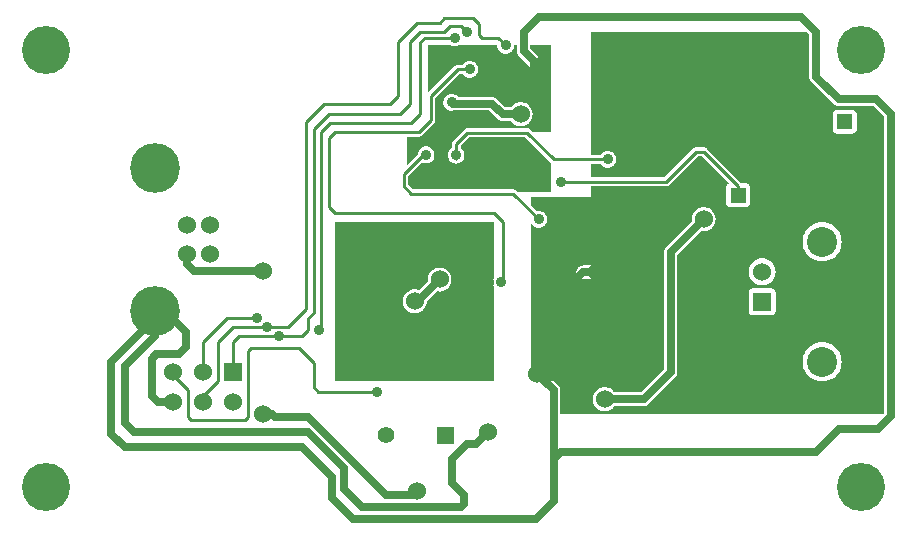
<source format=gbr>
G04 start of page 3 for group 1 idx 1 *
G04 Title: (unknown), bottom *
G04 Creator: pcb 1.99z *
G04 CreationDate: Thu 26 Sep 2013 01:10:09 AM GMT UTC *
G04 For: commonadmin *
G04 Format: Gerber/RS-274X *
G04 PCB-Dimensions: 600000 500000 *
G04 PCB-Coordinate-Origin: lower left *
%MOIN*%
%FSLAX25Y25*%
%LNBOTTOM*%
%ADD54C,0.0380*%
%ADD53C,0.0905*%
%ADD52C,0.0280*%
%ADD51C,0.0300*%
%ADD50C,0.0810*%
%ADD49C,0.1190*%
%ADD48C,0.0200*%
%ADD47C,0.0350*%
%ADD46C,0.1600*%
%ADD45C,0.0360*%
%ADD44C,0.0550*%
%ADD43C,0.1660*%
%ADD42C,0.1000*%
%ADD41C,0.0600*%
%ADD40C,0.0500*%
%ADD39C,0.0250*%
%ADD38C,0.0100*%
%ADD37C,0.0001*%
G54D37*G36*
X142836Y104000D02*X165000D01*
Y85161D01*
X164958Y85081D01*
X164930Y85007D01*
X164914Y84929D01*
X164911Y84850D01*
X164920Y84772D01*
X164941Y84696D01*
X164974Y84624D01*
X165000Y84585D01*
Y83212D01*
X164976Y83175D01*
X164943Y83103D01*
X164922Y83028D01*
X164913Y82949D01*
X164916Y82871D01*
X164932Y82794D01*
X164961Y82721D01*
X165000Y82642D01*
Y51000D01*
X142836D01*
Y77554D01*
X146249Y80967D01*
X146372Y80937D01*
X147000Y80888D01*
X147628Y80937D01*
X148240Y81084D01*
X148822Y81325D01*
X149358Y81654D01*
X149837Y82063D01*
X150246Y82542D01*
X150575Y83078D01*
X150816Y83660D01*
X150963Y84272D01*
X151000Y84900D01*
X150963Y85528D01*
X150816Y86140D01*
X150575Y86722D01*
X150246Y87258D01*
X149837Y87737D01*
X149358Y88146D01*
X148822Y88475D01*
X148240Y88716D01*
X147628Y88863D01*
X147000Y88912D01*
X146372Y88863D01*
X145760Y88716D01*
X145178Y88475D01*
X144642Y88146D01*
X144163Y87737D01*
X143754Y87258D01*
X143425Y86722D01*
X143184Y86140D01*
X143037Y85528D01*
X142988Y84900D01*
X143037Y84272D01*
X143067Y84149D01*
X142836Y83918D01*
Y104000D01*
G37*
G36*
X112000D02*X142836D01*
Y83918D01*
X140248Y81330D01*
X139925Y81464D01*
X139313Y81611D01*
X138685Y81660D01*
X138057Y81611D01*
X137445Y81464D01*
X136863Y81223D01*
X136327Y80894D01*
X135848Y80485D01*
X135439Y80006D01*
X135110Y79470D01*
X134869Y78888D01*
X134722Y78276D01*
X134673Y77648D01*
X134722Y77020D01*
X134869Y76408D01*
X135110Y75826D01*
X135439Y75290D01*
X135848Y74811D01*
X136327Y74402D01*
X136863Y74073D01*
X137445Y73832D01*
X138057Y73685D01*
X138685Y73636D01*
X139313Y73685D01*
X139925Y73832D01*
X140507Y74073D01*
X141043Y74402D01*
X141522Y74811D01*
X141931Y75290D01*
X142260Y75826D01*
X142501Y76408D01*
X142648Y77020D01*
X142670Y77388D01*
X142836Y77554D01*
Y51000D01*
X112000D01*
Y104000D01*
G37*
G36*
X163096Y163000D02*X166199D01*
X166191Y162900D01*
X166226Y162461D01*
X166329Y162032D01*
X166497Y161625D01*
X166728Y161249D01*
X167014Y160914D01*
X167349Y160628D01*
X167725Y160397D01*
X168132Y160229D01*
X168561Y160126D01*
X169000Y160091D01*
X169439Y160126D01*
X169868Y160229D01*
X170275Y160397D01*
X170651Y160628D01*
X170986Y160914D01*
X171272Y161249D01*
X171503Y161625D01*
X171671Y162032D01*
X171774Y162461D01*
X171800Y162900D01*
X171794Y163000D01*
X172750D01*
Y161088D01*
X172743Y161000D01*
X172771Y160647D01*
X172854Y160303D01*
X172989Y159975D01*
X173174Y159673D01*
X173174Y159673D01*
X173404Y159404D01*
X173471Y159347D01*
X178409Y154409D01*
X178673Y154174D01*
X178975Y153989D01*
X179303Y153854D01*
X179647Y153771D01*
X180000Y153743D01*
X180353Y153771D01*
X180697Y153854D01*
X181025Y153989D01*
X181327Y154174D01*
X181596Y154404D01*
X181826Y154673D01*
X182011Y154975D01*
X182146Y155303D01*
X182229Y155647D01*
X182257Y156000D01*
X182229Y156353D01*
X182146Y156697D01*
X182011Y157025D01*
X181826Y157327D01*
X181591Y157591D01*
X177250Y161932D01*
Y163000D01*
X184000D01*
Y134000D01*
X178121D01*
X177302Y134819D01*
X177264Y134864D01*
X177084Y135017D01*
X176883Y135141D01*
X176665Y135231D01*
X176435Y135286D01*
X176200Y135305D01*
X176141Y135300D01*
X163096D01*
Y141250D01*
X163568D01*
X166347Y138471D01*
X166404Y138404D01*
X166673Y138174D01*
X166673Y138174D01*
X166861Y138059D01*
X166975Y137989D01*
X167303Y137854D01*
X167647Y137771D01*
X167647D01*
X168000Y137743D01*
X168088Y137750D01*
X170688D01*
X170754Y137642D01*
X171163Y137163D01*
X171642Y136754D01*
X172178Y136425D01*
X172760Y136184D01*
X173372Y136037D01*
X174000Y135988D01*
X174628Y136037D01*
X175240Y136184D01*
X175822Y136425D01*
X176358Y136754D01*
X176837Y137163D01*
X177246Y137642D01*
X177575Y138178D01*
X177816Y138760D01*
X177963Y139372D01*
X178000Y140000D01*
X177963Y140628D01*
X177816Y141240D01*
X177575Y141822D01*
X177246Y142358D01*
X176837Y142837D01*
X176358Y143246D01*
X175822Y143575D01*
X175240Y143816D01*
X174628Y143963D01*
X174000Y144012D01*
X173372Y143963D01*
X172760Y143816D01*
X172178Y143575D01*
X171642Y143246D01*
X171163Y142837D01*
X170754Y142358D01*
X170688Y142250D01*
X168932D01*
X166153Y145029D01*
X166096Y145096D01*
X165827Y145326D01*
X165827Y145326D01*
X165712Y145396D01*
X165525Y145511D01*
X165293Y145607D01*
X165197Y145646D01*
X164853Y145729D01*
X164500Y145757D01*
X164412Y145750D01*
X163096D01*
Y163000D01*
G37*
G36*
X143000D02*X150558D01*
X150725Y162897D01*
X151132Y162729D01*
X151561Y162626D01*
X152000Y162591D01*
X152439Y162626D01*
X152868Y162729D01*
X153275Y162897D01*
X153442Y163000D01*
X163096D01*
Y145750D01*
X153188D01*
X152986Y145986D01*
X152651Y146272D01*
X152275Y146503D01*
X151868Y146671D01*
X151439Y146774D01*
X151000Y146809D01*
X150561Y146774D01*
X150132Y146671D01*
X149725Y146503D01*
X149349Y146272D01*
X149014Y145986D01*
X148728Y145651D01*
X148497Y145275D01*
X148329Y144868D01*
X148226Y144439D01*
X148191Y144000D01*
X148226Y143561D01*
X148329Y143132D01*
X148497Y142725D01*
X148728Y142349D01*
X149014Y142014D01*
X149349Y141728D01*
X149725Y141497D01*
X150132Y141329D01*
X150561Y141226D01*
X151000Y141191D01*
X151439Y141226D01*
X151516Y141244D01*
X151588Y141250D01*
X163096D01*
Y135300D01*
X156359D01*
X156300Y135305D01*
X156065Y135286D01*
X155835Y135231D01*
X155617Y135141D01*
X155416Y135017D01*
X155415Y135017D01*
X155236Y134864D01*
X155198Y134819D01*
X154379Y134000D01*
X143000D01*
Y134879D01*
X145019Y136898D01*
X145064Y136936D01*
X145217Y137115D01*
X145217Y137116D01*
X145341Y137317D01*
X145431Y137535D01*
X145486Y137765D01*
X145505Y138000D01*
X145500Y138059D01*
Y145379D01*
X153621Y153500D01*
X154635D01*
X154728Y153349D01*
X155014Y153014D01*
X155349Y152728D01*
X155725Y152497D01*
X156132Y152329D01*
X156561Y152226D01*
X157000Y152191D01*
X157439Y152226D01*
X157868Y152329D01*
X158275Y152497D01*
X158651Y152728D01*
X158986Y153014D01*
X159272Y153349D01*
X159503Y153725D01*
X159671Y154132D01*
X159774Y154561D01*
X159800Y155000D01*
X159774Y155439D01*
X159671Y155868D01*
X159503Y156275D01*
X159272Y156651D01*
X158986Y156986D01*
X158651Y157272D01*
X158275Y157503D01*
X157868Y157671D01*
X157439Y157774D01*
X157000Y157809D01*
X156561Y157774D01*
X156132Y157671D01*
X155725Y157503D01*
X155349Y157272D01*
X155014Y156986D01*
X154728Y156651D01*
X154635Y156500D01*
X153059D01*
X153000Y156505D01*
X152765Y156486D01*
X152535Y156431D01*
X152317Y156341D01*
X152116Y156217D01*
X152115Y156217D01*
X151936Y156064D01*
X151898Y156019D01*
X143000Y147121D01*
Y163000D01*
G37*
G36*
X197500Y40000D02*X187250D01*
Y47912D01*
X187257Y48000D01*
X187229Y48353D01*
X187146Y48697D01*
X187107Y48793D01*
X187011Y49025D01*
X186896Y49212D01*
X186826Y49327D01*
X186826Y49327D01*
X186596Y49596D01*
X186529Y49653D01*
X181091Y55091D01*
X180827Y55326D01*
X180525Y55511D01*
X180197Y55646D01*
X179853Y55729D01*
X179500Y55757D01*
X179147Y55729D01*
X178803Y55646D01*
X178475Y55511D01*
X178173Y55326D01*
X177904Y55096D01*
X177674Y54827D01*
X177500Y54542D01*
Y103721D01*
X177728Y103349D01*
X178014Y103014D01*
X178349Y102728D01*
X178725Y102497D01*
X179132Y102329D01*
X179561Y102226D01*
X180000Y102191D01*
X180439Y102226D01*
X180868Y102329D01*
X181275Y102497D01*
X181651Y102728D01*
X181986Y103014D01*
X182272Y103349D01*
X182503Y103725D01*
X182671Y104132D01*
X182774Y104561D01*
X182800Y105000D01*
X182774Y105439D01*
X182671Y105868D01*
X182503Y106275D01*
X182272Y106651D01*
X181986Y106986D01*
X181651Y107272D01*
X181275Y107503D01*
X180868Y107671D01*
X180439Y107774D01*
X180000Y107809D01*
X179561Y107774D01*
X179389Y107733D01*
X177500Y109621D01*
Y112500D01*
X197500D01*
Y89574D01*
X194824D01*
X194471Y89553D01*
X194127Y89470D01*
X193799Y89335D01*
X193497Y89150D01*
X193228Y88920D01*
X192998Y88651D01*
X192813Y88349D01*
X192678Y88021D01*
X192595Y87677D01*
X192567Y87324D01*
X192595Y86971D01*
X192678Y86627D01*
X192813Y86299D01*
X192998Y85997D01*
X193228Y85728D01*
X193497Y85498D01*
X193799Y85313D01*
X194127Y85178D01*
X194471Y85095D01*
X194824Y85074D01*
X197500D01*
Y40000D01*
G37*
G36*
X295000Y130000D02*X282000D01*
Y133507D01*
X284735Y133514D01*
X284965Y133569D01*
X285183Y133659D01*
X285384Y133783D01*
X285564Y133936D01*
X285717Y134116D01*
X285841Y134317D01*
X285931Y134535D01*
X285986Y134765D01*
X286000Y135000D01*
X285986Y140235D01*
X285931Y140465D01*
X285841Y140683D01*
X285717Y140884D01*
X285564Y141064D01*
X285384Y141217D01*
X285183Y141341D01*
X284965Y141431D01*
X284735Y141486D01*
X284500Y141500D01*
X282000Y141493D01*
Y142750D01*
X291568D01*
X295000Y139318D01*
Y130000D01*
G37*
G36*
X282000D02*X197500D01*
Y167500D01*
X269318D01*
X270250Y166568D01*
Y152588D01*
X270243Y152500D01*
X270271Y152147D01*
X270354Y151803D01*
X270489Y151475D01*
X270674Y151173D01*
X270674Y151173D01*
X270904Y150904D01*
X270971Y150847D01*
X278347Y143471D01*
X278404Y143404D01*
X278673Y143174D01*
X278673Y143174D01*
X278861Y143059D01*
X278975Y142989D01*
X279303Y142854D01*
X279647Y142771D01*
X279647D01*
X280000Y142743D01*
X280088Y142750D01*
X282000D01*
Y141493D01*
X279265Y141486D01*
X279035Y141431D01*
X278817Y141341D01*
X278616Y141217D01*
X278436Y141064D01*
X278283Y140884D01*
X278159Y140683D01*
X278069Y140465D01*
X278014Y140235D01*
X278000Y140000D01*
X278014Y134765D01*
X278069Y134535D01*
X278159Y134317D01*
X278283Y134116D01*
X278436Y133936D01*
X278616Y133783D01*
X278817Y133659D01*
X279035Y133569D01*
X279265Y133514D01*
X279500Y133500D01*
X282000Y133507D01*
Y130000D01*
G37*
G36*
X295000D02*Y40182D01*
X294818Y40000D01*
X274490D01*
Y50981D01*
X274500Y50980D01*
X275520Y51060D01*
X276515Y51299D01*
X277460Y51691D01*
X278332Y52225D01*
X279110Y52890D01*
X279775Y53668D01*
X280309Y54540D01*
X280701Y55485D01*
X280940Y56480D01*
X281000Y57500D01*
X280940Y58520D01*
X280701Y59515D01*
X280309Y60460D01*
X279775Y61332D01*
X279110Y62110D01*
X278332Y62775D01*
X277460Y63309D01*
X276515Y63701D01*
X275520Y63940D01*
X274500Y64020D01*
X274490Y64019D01*
Y90981D01*
X274500Y90980D01*
X275520Y91060D01*
X276515Y91299D01*
X277460Y91691D01*
X278332Y92225D01*
X279110Y92890D01*
X279775Y93668D01*
X280309Y94540D01*
X280701Y95485D01*
X280940Y96480D01*
X281000Y97500D01*
X280940Y98520D01*
X280701Y99515D01*
X280309Y100460D01*
X279775Y101332D01*
X279110Y102110D01*
X278332Y102775D01*
X277460Y103309D01*
X276515Y103701D01*
X275520Y103940D01*
X274500Y104020D01*
X274490Y104019D01*
Y130000D01*
X295000D01*
G37*
G36*
X274490Y40000D02*X254500D01*
Y73007D01*
X257735Y73014D01*
X257965Y73069D01*
X258183Y73159D01*
X258384Y73283D01*
X258564Y73436D01*
X258717Y73616D01*
X258841Y73817D01*
X258931Y74035D01*
X258986Y74265D01*
X259000Y74500D01*
X258986Y80735D01*
X258931Y80965D01*
X258841Y81183D01*
X258717Y81384D01*
X258564Y81564D01*
X258384Y81717D01*
X258183Y81841D01*
X257965Y81931D01*
X257735Y81986D01*
X257500Y82000D01*
X254500Y81993D01*
Y82986D01*
X255206Y83042D01*
X255895Y83207D01*
X256549Y83478D01*
X257153Y83848D01*
X257692Y84308D01*
X258152Y84847D01*
X258522Y85451D01*
X258793Y86105D01*
X258958Y86794D01*
X259000Y87500D01*
X258958Y88206D01*
X258793Y88895D01*
X258522Y89549D01*
X258152Y90153D01*
X257692Y90692D01*
X257153Y91152D01*
X256549Y91522D01*
X255895Y91793D01*
X255206Y91958D01*
X254500Y92014D01*
Y130000D01*
X274490D01*
Y104019D01*
X273480Y103940D01*
X272485Y103701D01*
X271540Y103309D01*
X270668Y102775D01*
X269890Y102110D01*
X269225Y101332D01*
X268691Y100460D01*
X268299Y99515D01*
X268060Y98520D01*
X267980Y97500D01*
X268060Y96480D01*
X268299Y95485D01*
X268691Y94540D01*
X269225Y93668D01*
X269890Y92890D01*
X270668Y92225D01*
X271540Y91691D01*
X272485Y91299D01*
X273480Y91060D01*
X274490Y90981D01*
Y64019D01*
X273480Y63940D01*
X272485Y63701D01*
X271540Y63309D01*
X270668Y62775D01*
X269890Y62110D01*
X269225Y61332D01*
X268691Y60460D01*
X268299Y59515D01*
X268060Y58520D01*
X267980Y57500D01*
X268060Y56480D01*
X268299Y55485D01*
X268691Y54540D01*
X269225Y53668D01*
X269890Y52890D01*
X270668Y52225D01*
X271540Y51691D01*
X272485Y51299D01*
X273480Y51060D01*
X274490Y50981D01*
Y40000D01*
G37*
G36*
X254500D02*X218494D01*
Y45312D01*
X225529Y52347D01*
X225596Y52404D01*
X225826Y52673D01*
X225826Y52673D01*
X226011Y52975D01*
X226146Y53303D01*
X226229Y53647D01*
X226257Y54000D01*
X226250Y54088D01*
Y93068D01*
X234249Y101067D01*
X234372Y101037D01*
X235000Y100988D01*
X235628Y101037D01*
X236240Y101184D01*
X236822Y101425D01*
X237358Y101754D01*
X237837Y102163D01*
X238246Y102642D01*
X238575Y103178D01*
X238816Y103760D01*
X238963Y104372D01*
X239000Y105000D01*
X238963Y105628D01*
X238816Y106240D01*
X238575Y106822D01*
X238246Y107358D01*
X237837Y107837D01*
X237358Y108246D01*
X236822Y108575D01*
X236240Y108816D01*
X235628Y108963D01*
X235000Y109012D01*
X234372Y108963D01*
X233760Y108816D01*
X233178Y108575D01*
X232642Y108246D01*
X232163Y107837D01*
X231754Y107358D01*
X231425Y106822D01*
X231184Y106240D01*
X231037Y105628D01*
X230988Y105000D01*
X231037Y104372D01*
X231067Y104249D01*
X222471Y95653D01*
X222404Y95596D01*
X222174Y95327D01*
X221989Y95025D01*
X221854Y94697D01*
X221771Y94353D01*
X221771Y94353D01*
X221743Y94000D01*
X221750Y93912D01*
Y54932D01*
X218494Y51676D01*
Y116000D01*
X222441D01*
X222500Y115995D01*
X222735Y116014D01*
X222735Y116014D01*
X222965Y116069D01*
X223183Y116159D01*
X223384Y116283D01*
X223564Y116436D01*
X223602Y116481D01*
X233121Y126000D01*
X234379D01*
X243473Y116905D01*
X243317Y116841D01*
X243116Y116717D01*
X242936Y116564D01*
X242783Y116384D01*
X242659Y116183D01*
X242569Y115965D01*
X242514Y115735D01*
X242500Y115500D01*
X242514Y110265D01*
X242569Y110035D01*
X242659Y109817D01*
X242783Y109616D01*
X242936Y109436D01*
X243116Y109283D01*
X243317Y109159D01*
X243535Y109069D01*
X243765Y109014D01*
X244000Y109000D01*
X249235Y109014D01*
X249465Y109069D01*
X249683Y109159D01*
X249884Y109283D01*
X250064Y109436D01*
X250217Y109616D01*
X250341Y109817D01*
X250431Y110035D01*
X250486Y110265D01*
X250500Y110500D01*
X250486Y115735D01*
X250431Y115965D01*
X250341Y116183D01*
X250217Y116384D01*
X250064Y116564D01*
X249884Y116717D01*
X249683Y116841D01*
X249465Y116931D01*
X249235Y116986D01*
X249000Y117000D01*
X247622Y116996D01*
X247564Y117064D01*
X247519Y117102D01*
X236102Y128519D01*
X236064Y128564D01*
X235884Y128717D01*
X235683Y128841D01*
X235465Y128931D01*
X235235Y128986D01*
X235235Y128986D01*
X235000Y129005D01*
X234941Y129000D01*
X232559D01*
X232500Y129005D01*
X232265Y128986D01*
X232035Y128931D01*
X231817Y128841D01*
X231616Y128717D01*
X231615Y128717D01*
X231436Y128564D01*
X231398Y128519D01*
X221879Y119000D01*
X218494D01*
Y130000D01*
X254500D01*
Y92014D01*
X253794Y91958D01*
X253105Y91793D01*
X252451Y91522D01*
X251847Y91152D01*
X251308Y90692D01*
X250848Y90153D01*
X250478Y89549D01*
X250207Y88895D01*
X250042Y88206D01*
X249986Y87500D01*
X250042Y86794D01*
X250207Y86105D01*
X250478Y85451D01*
X250848Y84847D01*
X251308Y84308D01*
X251847Y83848D01*
X252451Y83478D01*
X253105Y83207D01*
X253794Y83042D01*
X254500Y82986D01*
Y81993D01*
X251265Y81986D01*
X251035Y81931D01*
X250817Y81841D01*
X250616Y81717D01*
X250436Y81564D01*
X250283Y81384D01*
X250159Y81183D01*
X250069Y80965D01*
X250014Y80735D01*
X250000Y80500D01*
X250014Y74265D01*
X250069Y74035D01*
X250159Y73817D01*
X250283Y73616D01*
X250436Y73436D01*
X250616Y73283D01*
X250817Y73159D01*
X251035Y73069D01*
X251265Y73014D01*
X251500Y73000D01*
X254500Y73007D01*
Y40000D01*
G37*
G36*
X218494Y119000D02*X197500D01*
Y123500D01*
X200635D01*
X200728Y123349D01*
X201014Y123014D01*
X201349Y122728D01*
X201725Y122497D01*
X202132Y122329D01*
X202561Y122226D01*
X203000Y122191D01*
X203439Y122226D01*
X203868Y122329D01*
X204275Y122497D01*
X204651Y122728D01*
X204986Y123014D01*
X205272Y123349D01*
X205503Y123725D01*
X205671Y124132D01*
X205774Y124561D01*
X205800Y125000D01*
X205774Y125439D01*
X205671Y125868D01*
X205503Y126275D01*
X205272Y126651D01*
X204986Y126986D01*
X204651Y127272D01*
X204275Y127503D01*
X203868Y127671D01*
X203439Y127774D01*
X203000Y127809D01*
X202561Y127774D01*
X202132Y127671D01*
X201725Y127503D01*
X201349Y127272D01*
X201014Y126986D01*
X200728Y126651D01*
X200635Y126500D01*
X197500D01*
Y130000D01*
X218494D01*
Y119000D01*
G37*
G36*
Y40000D02*X197500D01*
Y85074D01*
X199500D01*
X199853Y85095D01*
X200197Y85178D01*
X200525Y85313D01*
X200827Y85498D01*
X201096Y85728D01*
X201326Y85997D01*
X201511Y86299D01*
X201646Y86627D01*
X201729Y86971D01*
X201757Y87324D01*
X201729Y87677D01*
X201646Y88021D01*
X201511Y88349D01*
X201326Y88651D01*
X201096Y88920D01*
X200827Y89150D01*
X200525Y89335D01*
X200197Y89470D01*
X199853Y89553D01*
X199500Y89574D01*
X197500D01*
Y116000D01*
X218494D01*
Y51676D01*
X214068Y47250D01*
X205312D01*
X205246Y47358D01*
X204837Y47837D01*
X204358Y48246D01*
X203822Y48575D01*
X203240Y48816D01*
X202628Y48963D01*
X202000Y49012D01*
X201372Y48963D01*
X200760Y48816D01*
X200178Y48575D01*
X199642Y48246D01*
X199163Y47837D01*
X198754Y47358D01*
X198425Y46822D01*
X198184Y46240D01*
X198037Y45628D01*
X197988Y45000D01*
X198037Y44372D01*
X198184Y43760D01*
X198425Y43178D01*
X198754Y42642D01*
X199163Y42163D01*
X199642Y41754D01*
X200178Y41425D01*
X200760Y41184D01*
X201372Y41037D01*
X202000Y40988D01*
X202628Y41037D01*
X203240Y41184D01*
X203822Y41425D01*
X204358Y41754D01*
X204837Y42163D01*
X205246Y42642D01*
X205312Y42750D01*
X214912D01*
X215000Y42743D01*
X215353Y42771D01*
X215353Y42771D01*
X215697Y42854D01*
X216025Y42989D01*
X216327Y43174D01*
X216596Y43404D01*
X216653Y43471D01*
X218494Y45312D01*
Y40000D01*
G37*
G36*
X184000Y123881D02*Y114000D01*
X173121D01*
X172602Y114519D01*
X172564Y114564D01*
X172384Y114717D01*
X172183Y114841D01*
X171965Y114931D01*
X171735Y114986D01*
X171500Y115005D01*
X171441Y115000D01*
X138121D01*
X136500Y116621D01*
Y119379D01*
X141159Y124038D01*
X141225Y123997D01*
X141632Y123829D01*
X142061Y123726D01*
X142500Y123691D01*
X142939Y123726D01*
X143368Y123829D01*
X143775Y123997D01*
X144151Y124228D01*
X144486Y124514D01*
X144772Y124849D01*
X145003Y125225D01*
X145171Y125632D01*
X145274Y126061D01*
X145300Y126500D01*
X145274Y126939D01*
X145171Y127368D01*
X145003Y127775D01*
X144772Y128151D01*
X144486Y128486D01*
X144151Y128772D01*
X143775Y129003D01*
X143368Y129171D01*
X142939Y129274D01*
X142500Y129309D01*
X142061Y129274D01*
X141632Y129171D01*
X141225Y129003D01*
X140849Y128772D01*
X140514Y128486D01*
X140228Y128151D01*
X139997Y127775D01*
X139829Y127368D01*
X139726Y126939D01*
X139718Y126839D01*
X136000Y123121D01*
Y132500D01*
X139941D01*
X140000Y132495D01*
X140235Y132514D01*
X140235Y132514D01*
X140465Y132569D01*
X140683Y132659D01*
X140884Y132783D01*
X141064Y132936D01*
X141102Y132981D01*
X143121Y135000D01*
X155395D01*
X155236Y134864D01*
X155198Y134819D01*
X151481Y131102D01*
X151436Y131064D01*
X151283Y130884D01*
X151159Y130683D01*
X151069Y130465D01*
X151014Y130235D01*
X151014Y130235D01*
X150995Y130000D01*
X151000Y129941D01*
Y128865D01*
X150849Y128772D01*
X150514Y128486D01*
X150228Y128151D01*
X149997Y127775D01*
X149829Y127368D01*
X149726Y126939D01*
X149691Y126500D01*
X149726Y126061D01*
X149829Y125632D01*
X149997Y125225D01*
X150228Y124849D01*
X150514Y124514D01*
X150849Y124228D01*
X151225Y123997D01*
X151495Y123885D01*
X151616Y123783D01*
X151817Y123659D01*
X152035Y123569D01*
X152265Y123514D01*
X152500Y123495D01*
X152735Y123514D01*
X152965Y123569D01*
X153183Y123659D01*
X153384Y123783D01*
X153505Y123885D01*
X153775Y123997D01*
X154151Y124228D01*
X154486Y124514D01*
X154772Y124849D01*
X155003Y125225D01*
X155171Y125632D01*
X155274Y126061D01*
X155300Y126500D01*
X155274Y126939D01*
X155171Y127368D01*
X155003Y127775D01*
X154772Y128151D01*
X154486Y128486D01*
X154151Y128772D01*
X154000Y128865D01*
Y129379D01*
X156921Y132300D01*
X175579D01*
X183898Y123981D01*
X183936Y123936D01*
X184000Y123881D01*
G37*
G54D38*X126086Y47396D02*X106504D01*
X105000Y48900D01*
Y56900D01*
X107500Y68900D02*X106800Y68200D01*
X105000Y73800D02*X103100Y71900D01*
Y68100D01*
X137000Y143400D02*X133750Y140150D01*
X133000Y145900D02*X130500Y143400D01*
X135000Y120000D02*Y116000D01*
X137500Y113500D01*
X141500Y126500D02*X135000Y120000D01*
X137500Y136900D02*X110500D01*
X107500Y133900D02*X110500Y136900D01*
X133750Y140150D02*X110150D01*
X105000Y135000D01*
X130500Y143400D02*X108400D01*
X102500Y137500D01*
X144000Y138000D02*X140000Y134000D01*
X152500Y125000D02*Y130000D01*
X156300Y133800D01*
X142500Y126500D02*X141500D01*
G54D39*X164500Y143500D02*X151500D01*
X151000Y144000D01*
G54D38*X140000Y134000D02*X112000D01*
X110000Y132000D01*
X107500Y133900D02*Y68900D01*
X105000Y135000D02*Y73800D01*
X102500Y137500D02*Y75000D01*
X110000Y132000D02*Y109000D01*
X112000Y107000D01*
G54D39*X147000Y84900D02*Y85900D01*
X139748Y77648D02*X147000Y84900D01*
X138000Y87900D02*X132000Y81900D01*
X138685Y77648D02*X139748D01*
X132000Y81900D02*Y72900D01*
X137000Y67900D01*
X149000D02*X137000D01*
X149000Y66900D02*Y78900D01*
X152000Y81900D01*
Y76900D02*X155000Y79900D01*
Y94900D01*
X151300Y89600D02*X152000Y88900D01*
Y81900D01*
X149000Y67900D02*X152000Y70900D01*
Y76900D01*
X155000Y94900D02*X160000Y99900D01*
G54D38*X168000Y104000D02*Y84400D01*
X167500Y83900D01*
X112000Y107000D02*X165000D01*
X168000Y104000D01*
G54D39*X88000Y87710D02*X65190D01*
X62700Y93300D02*Y90200D01*
X65190Y87710D02*X62700Y90200D01*
X58000Y43900D02*X53000D01*
X51000Y45900D01*
X45000Y33900D02*X42000Y36900D01*
Y55900D01*
G54D38*X58000Y52900D02*X63000Y47900D01*
Y38900D01*
X64000Y37900D01*
G54D39*X51000Y45900D02*Y58500D01*
X37500Y57500D02*Y33400D01*
G54D38*X78000Y53900D02*Y63900D01*
X80000Y65900D01*
X83000Y38900D02*Y60900D01*
X84000Y61900D01*
X100000D01*
X105000Y56900D02*X100000Y61900D01*
X76000Y71900D02*X86000D01*
X80100Y66000D02*X79800Y65700D01*
X99000Y66000D02*X101000D01*
X103100Y68100D01*
X80100Y66000D02*X99000D01*
X78000Y68900D02*X96400D01*
X102500Y75000D02*X96400Y68900D01*
X68000Y43900D02*Y45900D01*
X73000Y50900D01*
X78000Y43900D02*X80000D01*
G54D39*X88000Y39900D02*X91000D01*
X92000Y38900D01*
X103000D01*
Y33900D02*X45000D01*
G54D38*X64000Y37900D02*X82000D01*
X83000Y38900D01*
G54D39*X101000Y28900D02*X42000D01*
X37500Y33400D02*X42000Y28900D01*
G54D38*X68000Y53900D02*Y63900D01*
X76000Y71900D01*
X73000Y50900D02*Y63900D01*
X78000Y68900D01*
X58000Y53900D02*Y52900D01*
G54D39*X52000Y74500D02*Y65900D01*
X55500Y74500D02*X62500Y67500D01*
Y62500D01*
X52000Y74500D02*Y72000D01*
Y74500D02*X55500D01*
X42000Y55900D02*X52000Y65900D01*
X62500Y62500D02*X60000Y60000D01*
X51000Y58500D02*X52500Y60000D01*
X60000D01*
X52000Y72000D02*X37500Y57500D01*
G54D38*X137500Y136900D02*X140500Y139900D01*
Y163900D01*
X142000Y165400D02*X140500Y163900D01*
Y167400D02*X137000Y163900D01*
Y143400D01*
X133000Y163900D02*Y145900D01*
X140500Y167400D02*X148500D01*
X147000Y170400D02*X139500D01*
X133000Y163900D01*
X148500Y167400D02*X150500Y169400D01*
X154300D01*
X156300Y167400D01*
X160000Y166400D02*Y169900D01*
X158000Y171900D01*
X148500D01*
X147000Y170400D01*
X142000Y165400D02*X152000D01*
X169000Y162900D02*X166500Y165400D01*
X161000D01*
X160000Y166400D01*
G54D39*X155100Y148700D02*X169700D01*
G54D38*X157000Y155000D02*X153000D01*
X144000Y146000D01*
Y138000D01*
G54D39*X164500Y143500D02*X168000Y140000D01*
X174000D01*
X169700Y148700D02*X172700D01*
X180000Y156000D02*X172700Y148700D01*
X175000Y161000D02*X180000Y156000D01*
X175000Y167500D02*Y161000D01*
G54D38*X156300Y133800D02*X176200D01*
G54D39*X180000Y172500D02*X175000Y167500D01*
X267500Y172500D02*X180000D01*
X272500Y167500D02*X267500Y172500D01*
X272500Y152500D02*Y167500D01*
X280000Y145000D02*X272500Y152500D01*
X292500Y145000D02*X280000D01*
X297500Y140000D02*X292500Y145000D01*
X297500Y39500D02*X293000Y35000D01*
X280000D01*
X272500Y27500D01*
X187500D01*
X297500Y45500D02*Y39500D01*
Y45000D02*Y140000D01*
X224000Y54000D02*X215000Y45000D01*
G54D38*X246500Y113000D02*Y116000D01*
X235000Y127500D01*
X232500D01*
X222500Y117500D01*
G54D39*X202000Y45000D02*X215000D01*
G54D38*X176200Y133800D02*X185000Y125000D01*
X203000D02*X185000D01*
X222500Y117500D02*X187500D01*
G54D39*X103000Y33900D02*X115000Y21900D01*
Y14900D01*
X111000Y18900D02*X101000Y28900D01*
X103000Y38900D02*X129000Y12900D01*
X111000Y11900D02*Y18900D01*
X115000Y14900D02*X121000Y8900D01*
X154000D01*
X139485Y14375D02*Y13975D01*
X129000Y12900D02*X138010D01*
X139485Y14375D01*
X224000Y94000D02*Y54000D01*
X195000Y53000D02*X219000Y77000D01*
X201000Y79000D02*X206500Y84500D01*
X201000Y64000D02*Y79000D01*
X199500Y87324D02*X194824D01*
X235000Y105000D02*X224000Y94000D01*
X237000Y117500D02*X233000D01*
X219000Y103500D02*X233000Y117500D01*
G54D38*X137500Y113500D02*X171500D01*
X180000Y105000D01*
G54D39*X219000Y77000D02*Y103500D01*
X206500Y113000D02*Y84500D01*
X195000Y52500D02*Y53000D01*
X189500Y52500D02*X201000Y64000D01*
X183500Y59000D02*X190000Y52500D01*
X180500D02*X179500Y53500D01*
X205500Y52500D02*X180500D01*
X185000Y48000D02*X179500Y53500D01*
X183500Y76000D02*Y59000D01*
X194824Y87324D02*X183500Y76000D01*
X154000Y8900D02*X155000Y9900D01*
X185000Y10900D02*X179000Y4900D01*
X118000D01*
X111000Y11900D01*
X155000Y9900D02*Y12900D01*
X151000Y16900D01*
Y24900D01*
X156000Y29900D01*
X159000D01*
X163000Y33900D01*
X187500Y27500D02*X185000Y25000D01*
Y10900D02*Y48000D01*
G54D37*G36*
X244000Y115500D02*Y110500D01*
X249000D01*
Y115500D01*
X244000D01*
G37*
G54D40*X206500Y113000D03*
G54D37*G36*
X251500Y80500D02*Y74500D01*
X257500D01*
Y80500D01*
X251500D01*
G37*
G54D41*X254500Y87500D03*
G54D42*X274500Y97500D03*
Y57500D03*
G54D37*G36*
X279500Y140000D02*Y135000D01*
X284500D01*
Y140000D01*
X279500D01*
G37*
G54D40*X242000Y137500D03*
G54D37*G36*
X146250Y35650D02*Y30150D01*
X151750D01*
Y35650D01*
X146250D01*
G37*
G54D41*X62700Y93300D03*
Y103100D03*
X70500D03*
Y93300D03*
G54D43*X52000Y74500D03*
Y121900D03*
G54D44*X129000Y32900D03*
G54D37*G36*
X75000Y56900D02*Y50900D01*
X81000D01*
Y56900D01*
X75000D01*
G37*
G54D41*X78000Y43900D03*
X68000D03*
X58000D03*
X68000Y53900D03*
X58000D03*
X138685Y77648D03*
X147000Y84900D03*
X149000Y67900D03*
G54D45*X145000Y95000D03*
G54D41*X163000Y33900D03*
G54D46*X15748Y15748D03*
X287402D03*
G54D41*X88000Y39900D03*
X139485Y14375D03*
G54D45*X126086Y47396D03*
G54D41*X202000Y45000D03*
X179500Y53500D03*
X205500Y52500D03*
X88000Y87710D03*
G54D45*X89500Y68900D03*
X93500Y66000D03*
X106800Y68200D03*
X86000Y71900D03*
X156300Y167400D03*
G54D46*X15748Y161417D03*
G54D45*X142500Y126500D03*
X151000Y144000D03*
G54D41*X147500Y118000D03*
G54D45*X152000Y165400D03*
X169000Y162900D03*
G54D46*X287402Y161417D03*
G54D45*X157000Y155000D03*
G54D41*X180000Y156000D03*
X118000Y98500D03*
X199500Y87324D03*
G54D45*X157500Y95000D03*
X167500Y83900D03*
X180000Y105000D03*
G54D41*X155100Y148700D03*
X174000Y140000D03*
G54D45*X152500Y126500D03*
X203000Y125000D03*
G54D41*X237000Y117500D03*
G54D45*X187500D03*
G54D41*X157500Y118000D03*
X235000Y105000D03*
G54D47*G54D48*G54D47*G54D49*G54D47*G54D48*G54D47*G54D48*G54D49*G54D48*G54D47*G54D48*G54D49*G54D48*G54D47*G54D48*G54D47*G54D48*G54D47*G54D48*G54D47*G54D48*G54D47*G54D50*G54D48*G54D51*G54D52*G54D53*G54D51*G54D54*M02*

</source>
